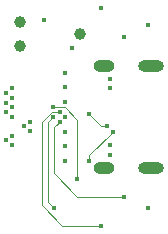
<source format=gbl>
G04*
G04 #@! TF.GenerationSoftware,Altium Limited,Altium Designer,25.2.1 (25)*
G04*
G04 Layer_Physical_Order=4*
G04 Layer_Color=16711680*
%FSLAX44Y44*%
%MOMM*%
G71*
G04*
G04 #@! TF.SameCoordinates,9FA7296E-CC3D-4323-95AD-B8A560F7C429*
G04*
G04*
G04 #@! TF.FilePolarity,Positive*
G04*
G01*
G75*
%ADD28C,0.1000*%
%ADD31C,0.9906*%
%ADD32O,2.2000X1.0000*%
%ADD33O,1.8000X1.0000*%
%ADD34C,0.4000*%
D28*
X77500Y62500D02*
Y67500D01*
X97500Y87500D01*
X42500Y95500D02*
X47000Y100000D01*
X42500Y27500D02*
Y95500D01*
Y27500D02*
X47500Y22500D01*
X67500Y32500D02*
X107500D01*
X37500Y25000D02*
Y95450D01*
Y25000D02*
X55000Y7500D01*
X87500D01*
X67500Y47500D02*
Y97500D01*
X57000Y108000D02*
X67500Y97500D01*
X47000Y108000D02*
X57000D01*
X37500Y95450D02*
X46050Y104000D01*
X52500D01*
X47500Y52500D02*
X67500Y32500D01*
X47500Y91000D02*
X52500Y96000D01*
X47500Y52500D02*
Y91000D01*
X87500Y92500D02*
X92500D01*
X77500Y102500D02*
X87500Y92500D01*
D31*
X19200Y180160D02*
D03*
Y159840D02*
D03*
X70000Y170000D02*
D03*
D32*
X130000Y56800D02*
D03*
Y143200D02*
D03*
D33*
X90000Y56800D02*
D03*
Y143200D02*
D03*
D34*
X95000Y132000D02*
D03*
Y124000D02*
D03*
Y76500D02*
D03*
Y68000D02*
D03*
X57500Y62500D02*
D03*
Y137500D02*
D03*
Y100000D02*
D03*
Y125000D02*
D03*
Y112500D02*
D03*
X47500Y22500D02*
D03*
X67500Y47500D02*
D03*
X107500Y32500D02*
D03*
X87500Y192500D02*
D03*
X107500Y167500D02*
D03*
X127500Y177500D02*
D03*
Y22500D02*
D03*
X77500Y62500D02*
D03*
X97500Y87500D02*
D03*
X47000Y100000D02*
D03*
X87500Y7500D02*
D03*
X47000Y108000D02*
D03*
X52500Y104000D02*
D03*
Y96000D02*
D03*
X12500Y124000D02*
D03*
X7500Y120000D02*
D03*
X12500Y116000D02*
D03*
X7500Y112000D02*
D03*
X12500Y108000D02*
D03*
X7500Y104000D02*
D03*
X12500Y100000D02*
D03*
X27500Y96000D02*
D03*
X22500Y92000D02*
D03*
X27500Y88000D02*
D03*
X12500Y84000D02*
D03*
X7500Y80000D02*
D03*
X12500Y76000D02*
D03*
X62975Y157975D02*
D03*
X39000Y181950D02*
D03*
X57500Y87500D02*
D03*
Y75000D02*
D03*
X92500Y92500D02*
D03*
X77500Y102500D02*
D03*
M02*

</source>
